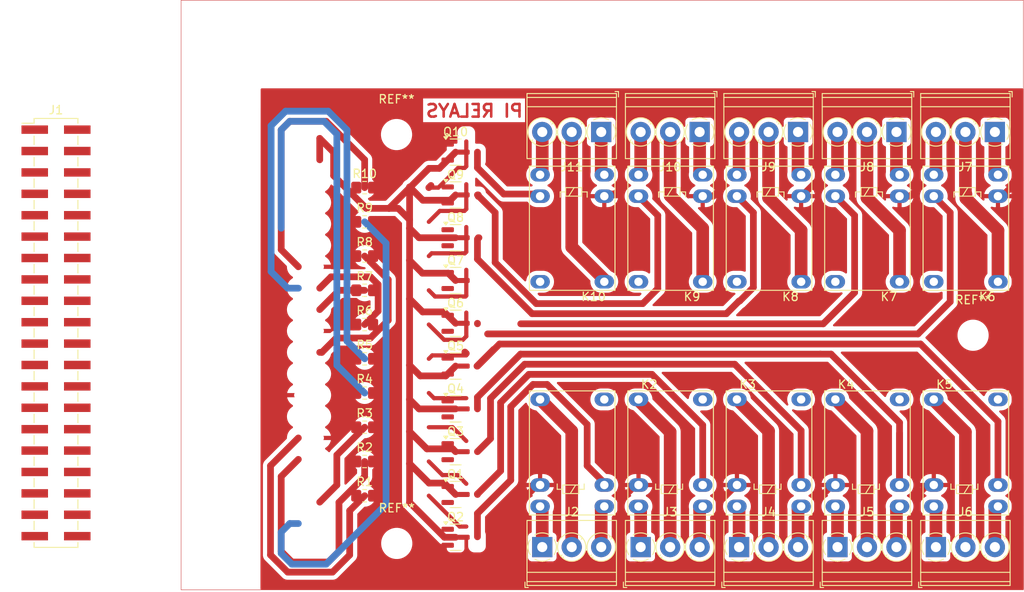
<source format=kicad_pcb>
(kicad_pcb (version 20240108) (generator "pcbnew") (generator_version "8.0")
  (layers (0 "F.Cu" signal) (31 "B.Cu" signal) (34 "B.Paste" user) (35 "F.Paste" user) (36 "B.SilkS" user "B.Silkscreen") (37 "F.SilkS" user "F.Silkscreen") (38 "B.Mask" user) (39 "F.Mask" user) (44 "Edge.Cuts" user))
  (net 0 "")
  (net 3 "/GPIO16")
  (net 4 "+3V3")
  (net 11 "GND")
  (net 12 "+5V")
  (net 23 "Net-(J2-Pin_3)")
  (net 24 "Net-(J2-Pin_1)")
  (net 25 "Net-(J2-Pin_2)")
  (net 26 "Net-(J3-Pin_3)")
  (net 27 "Net-(J3-Pin_1)")
  (net 28 "Net-(J3-Pin_2)")
  (net 29 "Net-(J4-Pin_3)")
  (net 30 "Net-(J4-Pin_1)")
  (net 31 "Net-(J4-Pin_2)")
  (net 32 "Net-(J5-Pin_3)")
  (net 33 "Net-(J5-Pin_2)")
  (net 34 "Net-(J5-Pin_1)")
  (net 35 "Net-(J6-Pin_1)")
  (net 36 "Net-(J6-Pin_2)")
  (net 37 "Net-(J6-Pin_3)")
  (net 38 "Net-(J7-Pin_3)")
  (net 39 "Net-(J7-Pin_1)")
  (net 40 "Net-(J7-Pin_2)")
  (net 41 "Net-(J8-Pin_1)")
  (net 42 "Net-(J8-Pin_2)")
  (net 43 "Net-(J8-Pin_3)")
  (net 44 "Net-(J9-Pin_3)")
  (net 45 "Net-(J9-Pin_1)")
  (net 46 "Net-(J9-Pin_2)")
  (net 47 "Net-(J10-Pin_2)")
  (net 48 "Net-(J10-Pin_3)")
  (net 49 "Net-(J10-Pin_1)")
  (net 50 "Net-(J11-Pin_3)")
  (net 51 "Net-(J11-Pin_1)")
  (net 52 "Net-(J11-Pin_2)")
  (net 53 "Net-(Q2-E)")
  (net 54 "Net-(Q1-E)")
  (net 55 "Net-(Q3-E)")
  (net 56 "Net-(Q4-E)")
  (net 57 "Net-(Q5-E)")
  (net 58 "Net-(Q6-E)")
  (net 59 "Net-(Q7-E)")
  (net 60 "Net-(Q8-E)")
  (net 61 "Net-(Q9-E)")
  (net 62 "Net-(Q10-E)")
  (net 63 "Net-(Q1-B)")
  (net 64 "Net-(Q2-B)")
  (net 65 "Net-(Q3-B)")
  (net 66 "Net-(Q4-B)")
  (net 67 "Net-(Q5-B)")
  (net 68 "Net-(Q6-B)")
  (net 69 "Net-(Q7-B)")
  (net 70 "Net-(Q8-B)")
  (net 71 "Net-(Q9-B)")
  (net 72 "Net-(Q10-B)")
  (net 73 "/Relay Pin 2/K")
  (net 74 "/Relay Pin 6/K")
  (net 75 "/Relay Pin 7/K")
  (net 76 "/Relay Pin 8/K")
  (net 77 "/Relay Pin 1/K")
  (net 78 "/Relay Pin 10/K")
  (net 79 "/Relay Pin 4/K")
  (net 80 "/Relay Pin 5/K")
  (net 81 "/Relay Pin 9/K")
  (footprint "MountingHole:MountingHole_3.2mm_M3" (layer "F.Cu") (at 41.6306 31.3944)
    (property "Reference" "REF**")
    (property "Value" "MountingHole_3.2mm_M3")
  )
  (footprint "TerminalBlock_Phoenix:TerminalBlock_Phoenix_PT-1,5-3-3.5-H_1x03_P3.50mm_Horizontal" (layer "F.Cu") (at 100.98 31.0896 180)
    (property "Reference" "J8")
    (property "Value" "Conn_01x03_Socket")
  )
  (footprint "Resistor_SMD:R_0805_2012Metric_Pad1.20x1.40mm_HandSolder" (layer "F.Cu") (at 37.846 41.7576)
    (property "Reference" "R9")
    (property "Value" "1.8k")
  )
  (footprint "Resistor_SMD:R_0805_2012Metric_Pad1.20x1.40mm_HandSolder" (layer "F.Cu") (at 37.846 58.0136)
    (property "Reference" "R5")
    (property "Value" "1.8k")
  )
  (footprint "TerminalBlock_Phoenix:TerminalBlock_Phoenix_PT-1,5-3-3.5-H_1x03_P3.50mm_Horizontal" (layer "F.Cu") (at 105.664 80.3656)
    (property "Reference" "J6")
    (property "Value" "Conn_01x03_Socket")
  )
  (footprint "TerminalBlock_Phoenix:TerminalBlock_Phoenix_PT-1,5-3-3.5-H_1x03_P3.50mm_Horizontal" (layer "F.Cu") (at 70.612 80.3656)
    (property "Reference" "J3")
    (property "Value" "Conn_01x03_Socket")
  )
  (footprint "Resistor_SMD:R_0805_2012Metric_Pad1.20x1.40mm_HandSolder" (layer "F.Cu") (at 37.846 49.8856)
    (property "Reference" "R7")
    (property "Value" "1.8k")
  )
  (footprint "Relay_THT:Relay_SPDT_HJR-4102" (layer "F.Cu") (at 113.03 48.8696 180)
    (property "Reference" "K6")
    (property "Value" "TIANBO-HJR-4102-L")
  )
  (footprint "MountingHole:MountingHole_3.2mm_M3" (layer "F.Cu") (at 110.075183 55.2196)
    (property "Reference" "REF**")
    (property "Value" "MountingHole_3.2mm_M3")
  )
  (footprint "Resistor_SMD:R_0805_2012Metric_Pad1.20x1.40mm_HandSolder" (layer "F.Cu") (at 37.846 37.6936)
    (property "Reference" "R10")
    (property "Value" "1.8k")
  )
  (footprint "Relay_THT:Relay_SPDT_HJR-4102" (layer "F.Cu") (at 70.358 62.8396)
    (property "Reference" "K2")
    (property "Value" "TIANBO-HJR-4102-L")
  )
  (footprint "Relay_THT:Relay_SPDT_HJR-4102" (layer "F.Cu") (at 82.042 62.8396)
    (property "Reference" "K3")
    (property "Value" "TIANBO-HJR-4102-L")
  )
  (footprint "Connector_PinHeader_2.54mm:PinHeader_2x20_P2.54mm_Vertical_SMD" (layer "F.Cu") (at 1.2042 54.9402)
    (property "Reference" "J1")
    (property "Value" "Raspberry_Pi_2_3")
  )
  (footprint "Relay_THT:Relay_SPDT_HJR-4102" (layer "F.Cu") (at 58.674 62.8396)
    (property "Reference" "K1" (hide yes))
    (property "Value" "TIANBO-HJR-4102-L")
  )
  (footprint "Relay_THT:Relay_SPDT_HJR-4102" (layer "F.Cu") (at 105.41 62.8396)
    (property "Reference" "K5")
    (property "Value" "TIANBO-HJR-4102-L")
  )
  (footprint "MountingHole:MountingHole_3.2mm_M3" (layer "F.Cu") (at 41.656 79.9338)
    (property "Reference" "REF**")
    (property "Value" "MountingHole_3.2mm_M3")
  )
  (footprint "Package_TO_SOT_SMD:SOT-23" (layer "F.Cu") (at 48.641 48.7216)
    (property "Reference" "Q7")
    (property "Value" "BC547")
  )
  (footprint "TerminalBlock_Phoenix:TerminalBlock_Phoenix_PT-1,5-3-3.5-H_1x03_P3.50mm_Horizontal" (layer "F.Cu") (at 58.928 80.3656)
    (property "Reference" "J2")
    (property "Value" "Conn_01x03_Socket")
  )
  (footprint "Resistor_SMD:R_0805_2012Metric_Pad1.20x1.40mm_HandSolder" (layer "F.Cu") (at 37.846 70.2056)
    (property "Reference" "R2")
    (property "Value" "1.8k")
  )
  (footprint "Relay_THT:Relay_SPDT_HJR-4102" (layer "F.Cu") (at 101.346 48.8696 180)
    (property "Reference" "K7")
    (property "Value" "TIANBO-HJR-4102-L" (hide yes))
  )
  (footprint "Package_TO_SOT_SMD:SOT-23" (layer "F.Cu") (at 48.641 38.5616)
    (property "Reference" "Q9")
    (property "Value" "BC547")
  )
  (footprint "TerminalBlock_Phoenix:TerminalBlock_Phoenix_PT-1,5-3-3.5-H_1x03_P3.50mm_Horizontal" (layer "F.Cu") (at 77.612 31.0896 180)
    (property "Reference" "J10")
    (property "Value" "Conn_01x03_Socket")
  )
  (footprint "TerminalBlock_Phoenix:TerminalBlock_Phoenix_PT-1,5-3-3.5-H_1x03_P3.50mm_Horizontal" (layer "F.Cu") (at 112.664 31.0896 180)
    (property "Reference" "J7")
    (property "Value" "Conn_01x03_Socket")
  )
  (footprint "Package_TO_SOT_SMD:SOT-23" (layer "F.Cu") (at 48.641 69.0416)
    (property "Reference" "Q3")
    (property "Value" "BC547")
  )
  (footprint "Package_TO_SOT_SMD:SOT-23" (layer "F.Cu") (at 48.641 79.2016)
    (property "Reference" "Q2")
    (property "Value" "BC547")
  )
  (footprint "Relay_THT:Relay_SPDT_HJR-4102" (layer "F.Cu") (at 89.662 48.8696 180)
    (property "Reference" "K8")
    (property "Value" "TIANBO-HJR-4102-L")
  )
  (footprint "Relay_THT:Relay_SPDT_HJR-4102" (layer "F.Cu") (at 66.294 48.8696 180)
    (property "Reference" "K10")
    (property "Value" "TIANBO-HJR-4102-L")
  )
  (footprint "Package_TO_SOT_SMD:SOT-23" (layer "F.Cu") (at 48.641 53.8016)
    (property "Reference" "Q6")
    (property "Value" "BC547")
  )
  (footprint "Package_TO_SOT_SMD:SOT-23" (layer "F.Cu") (at 48.641 63.9616)
    (property "Reference" "Q4")
    (property "Value" "BC547")
  )
  (footprint "Relay_THT:Relay_SPDT_HJR-4102" (layer "F.Cu") (at 77.978 48.8696 180)
    (property "Reference" "K9")
    (property "Value" "TIANBO-HJR-4102-L")
  )
  (footprint "Package_TO_SOT_SMD:SOT-23" (layer "F.Cu") (at 48.641 58.8816)
    (property "Reference" "Q5")
    (property "Value" "BC547")
  )
  (footprint "Resistor_SMD:R_0805_2012Metric_Pad1.20x1.40mm_HandSolder" (layer "F.Cu") (at 37.846 62.0776)
    (property "Reference" "R4")
    (property "Value" "1.8k")
  )
  (footprint "Resistor_SMD:R_0805_2012Metric_Pad1.20x1.40mm_HandSolder" (layer "F.Cu") (at 37.846 74.2696)
    (property "Reference" "R1")
    (property "Value" "1.8k")
  )
  (footprint "Resistor_SMD:R_0805_2012Metric_Pad1.20x1.40mm_HandSolder" (layer "F.Cu") (at 37.846 53.9496)
    (property "Reference" "R6")
    (property "Value" "1.8k")
  )
  (footprint "TerminalBlock_Phoenix:TerminalBlock_Phoenix_PT-1,5-3-3.5-H_1x03_P3.50mm_Horizontal" (layer "F.Cu") (at 65.928 31.0896 180)
    (property "Reference" "J11")
    (property "Value" "Conn_01x03_Socket")
  )
  (footprint "Package_TO_SOT_SMD:SOT-23" (layer "F.Cu") (at 48.641 74.1216)
    (property "Reference" "Q1")
    (property "Value" "BC547")
  )
  (footprint "Resistor_SMD:R_0805_2012Metric_Pad1.20x1.40mm_HandSolder" (layer "F.Cu") (at 37.846 45.8216)
    (property "Reference" "R8")
    (property "Value" "1.8k")
  )
  (footprint "Relay_THT:Relay_SPDT_HJR-4102" (layer "F.Cu") (at 93.726 62.8396)
    (property "Reference" "K4")
    (property "Value" "TIANBO-HJR-4102-L")
  )
  (footprint "TerminalBlock_Phoenix:TerminalBlock_Phoenix_PT-1,5-3-3.5-H_1x03_P3.50mm_Horizontal" (layer "F.Cu") (at 93.98 80.3656)
    (property "Reference" "J5")
    (property "Value" "Conn_01x03_Socket")
  )
  (footprint "TerminalBlock_Phoenix:TerminalBlock_Phoenix_PT-1,5-3-3.5-H_1x03_P3.50mm_Horizontal" (layer "F.Cu") (at 89.296 31.0896 180)
    (property "Reference" "J9")
    (property "Value" "Conn_01x03_Socket")
  )
  (footprint "Resistor_SMD:R_0805_2012Metric_Pad1.20x1.40mm_HandSolder" (layer "F.Cu") (at 37.846 66.1416)
    (property "Reference" "R3")
    (property "Value" "1.8k")
  )
  (footprint "TerminalBlock_Phoenix:TerminalBlock_Phoenix_PT-1,5-3-3.5-H_1x03_P3.50mm_Horizontal" (layer "F.Cu") (at 82.296 80.3656)
    (property "Reference" "J4")
    (property "Value" "Conn_01x03_Socket")
  )
  (footprint "Package_TO_SOT_SMD:SOT-23" (layer "F.Cu") (at 48.641 33.4816)
    (property "Reference" "Q10")
    (property "Value" "BC547")
  )
  (footprint "Package_TO_SOT_SMD:SOT-23" (layer "F.Cu") (at 48.641 43.6416)
    (property "Reference" "Q8")
    (property "Value" "BC547")
  )
  (gr_rect (start 16.0526 15.4456) (end 116.0526 85.4456) (stroke (width 0.05)) (fill none) (layer "F.Cu") (net 11))
  (gr_text "PI RELAYS" (at 44.958 29.464 0) (layer "F.Cu") (effects (font (size 1.5 1.5) (thickness 0.3) (bold yes)) (justify right bottom mirror)))
  (segment (start 37.846 66.1416) (end 34.544 69.4436) (width 0.8) (layer "F.Cu") (net 3))
  (segment (start 34.544 69.4436) (end 34.544 72.9996) (width 0.8) (layer "F.Cu") (net 3))
  (segment (start 34.544 72.9996) (end 32.512 75.0316) (width 0.8) (layer "F.Cu") (net 3))
  (segment (start 80.092 29.7376) (end 81.788 28.0416) (width 0.8) (layer "F.Cu") (net 11))
  (segment (start 68.244 74.7636) (end 68.244 81.7176) (width 0.8) (layer "F.Cu") (net 11))
  (segment (start 91.612 81.7176) (end 89.916 83.4136) (width 0.8) (layer "F.Cu") (net 11))
  (segment (start 70.358 72.9996) (end 70.008 72.9996) (width 0.8) (layer "F.Cu") (net 11))
  (segment (start 79.928 75.040858) (end 79.928 81.7176) (width 0.8) (layer "F.Cu") (net 11))
  (segment (start 58.166 83.4136) (end 66.548 83.4136) (width 0.8) (layer "F.Cu") (net 11))
  (segment (start 101.346 83.4136) (end 103.46 81.2996) (width 0.8) (layer "F.Cu") (net 11))
  (segment (start 68.244 81.7176) (end 66.548 83.4136) (width 0.8) (layer "F.Cu") (net 11))
  (segment (start 81.788 28.0416) (end 93.472 28.0416) (width 0.8) (layer "F.Cu") (net 11))
  (segment (start 93.726 72.9996) (end 93.376 72.9996) (width 0.8) (layer "F.Cu") (net 11))
  (segment (start 115.062 29.4876) (end 115.062 37.1856) (width 0.8) (layer "F.Cu") (net 11))
  (segment (start 93.376 72.9996) (end 91.612 74.7636) (width 0.8) (layer "F.Cu") (net 11))
  (segment (start 115.062 37.1856) (end 115.062 80.796028) (width 0.8) (layer "F.Cu") (net 11))
  (segment (start 82.042 72.9996) (end 81.969258 72.9996) (width 0.8) (layer "F.Cu") (net 11))
  (segment (start 91.694 29.8196) (end 93.472 28.0416) (width 0.8) (layer "F.Cu") (net 11))
  (segment (start 58.674 72.9996) (end 58.324 72.9996) (width 0.8) (layer "F.Cu") (net 11))
  (segment (start 66.294 38.4556) (end 67.544 38.4556) (width 0.8) (layer "F.Cu") (net 11))
  (segment (start 103.46 37.8456) (end 103.46 29.7376) (width 0.8) (layer "F.Cu") (net 11))
  (segment (start 101.346 38.7096) (end 102.596 38.7096) (width 0.8) (layer "F.Cu") (net 11))
  (segment (start 103.46 81.2996) (end 103.46 74.1876) (width 0.8) (layer "F.Cu") (net 11))
  (segment (start 79.228 38.7096) (end 80.092 37.8456) (width 0.8) (layer "F.Cu") (net 11))
  (segment (start 91.612 74.7636) (end 91.612 81.7176) (width 0.8) (layer "F.Cu") (net 11))
  (segment (start 103.46 74.1876) (end 104.648 72.9996) (width 0.8) (layer "F.Cu") (net 11))
  (segment (start 89.916 83.4136) (end 101.346 83.4136) (width 0.8) (layer "F.Cu") (net 11))
  (segment (start 115.062 80.796028) (end 112.444428 83.4136) (width 0.8) (layer "F.Cu") (net 11))
  (segment (start 78.232 83.4136) (end 89.916 83.4136) (width 0.8) (layer "F.Cu") (net 11))
  (segment (start 58.324 72.9996) (end 56.388 74.9356) (width 0.8) (layer "F.Cu") (net 11))
  (segment (start 112.444428 83.4136) (end 101.346 83.4136) (width 0.8) (layer "F.Cu") (net 11))
  (segment (start 80.092 37.8456) (end 80.092 29.7376) (width 0.8) (layer "F.Cu") (net 11))
  (segment (start 102.596 38.7096) (end 103.46 37.8456) (width 0.8) (layer "F.Cu") (net 11))
  (segment (start 89.662 38.7096) (end 89.734742 38.7096) (width 0.8) (layer "F.Cu") (net 11))
  (segment (start 70.008 72.9996) (end 68.244 74.7636) (width 0.8) (layer "F.Cu") (net 11))
  (segment (start 56.388 74.9356) (end 56.388 81.6356) (width 0.8) (layer "F.Cu") (net 11))
  (segment (start 56.388 81.6356) (end 58.166 83.4136) (width 0.8) (layer "F.Cu") (net 11))
  (segment (start 103.46 29.7376) (end 105.156 28.0416) (width 0.8) (layer "F.Cu") (net 11))
  (segment (start 115.062 37.1856) (end 113.538 38.7096) (width 0.8) (layer "F.Cu") (net 11))
  (segment (start 70.831572 28.0416) (end 81.788 28.0416) (width 0.8) (layer "F.Cu") (net 11))
  (segment (start 79.928 81.7176) (end 78.232 83.4136) (width 0.8) (layer "F.Cu") (net 11))
  (segment (start 68.326 37.6736) (end 68.326 30.547172) (width 0.8) (layer "F.Cu") (net 11))
  (segment (start 113.538 38.7096) (end 113.03 38.7096) (width 0.8) (layer "F.Cu") (net 11))
  (segment (start 81.969258 72.9996) (end 79.928 75.040858) (width 0.8) (layer "F.Cu") (net 11))
  (segment (start 104.648 72.9996) (end 105.41 72.9996) (width 0.8) (layer "F.Cu") (net 11))
  (segment (start 113.616 28.0416) (end 115.062 29.4876) (width 0.8) (layer "F.Cu") (net 11))
  (segment (start 68.326 30.547172) (end 70.831572 28.0416) (width 0.8) (layer "F.Cu") (net 11))
  (segment (start 89.734742 38.7096) (end 91.694 36.750342) (width 0.8) (layer "F.Cu") (net 11))
  (segment (start 67.544 38.4556) (end 68.326 37.6736) (width 0.8) (layer "F.Cu") (net 11))
  (segment (start 77.978 38.7096) (end 79.228 38.7096) (width 0.8) (layer "F.Cu") (net 11))
  (segment (start 105.156 28.0416) (end 113.616 28.0416) (width 0.8) (layer "F.Cu") (net 11))
  (segment (start 93.472 28.0416) (end 105.156 28.0416) (width 0.8) (layer "F.Cu") (net 11))
  (segment (start 66.548 83.4136) (end 78.232 83.4136) (width 0.8) (layer "F.Cu") (net 11))
  (segment (start 91.694 36.750342) (end 91.694 29.8196) (width 0.8) (layer "F.Cu") (net 11))
  (segment (start 34.162 36.272342) (end 34.162 33.5016) (width 0.8) (layer "F.Cu") (net 12))
  (segment (start 40.739258 40.1576) (end 45.489258 35.4076) (width 0.8) (layer "F.Cu") (net 12))
  (segment (start 44.302 63.9616) (end 43.18 62.8396) (width 0.8) (layer "F.Cu") (net 12))
  (segment (start 47.316 79.2016) (end 48.641 79.2016) (width 0.8) (layer "F.Cu") (net 12))
  (segment (start 45.868 57.6116) (end 45.466 58.0136) (width 0.5) (layer "F.Cu") (net 12))
  (segment (start 40.739258 40.1576) (end 38.047258 40.1576) (width 0.8) (layer "F.Cu") (net 12))
  (segment (start 34.162 33.5016) (end 32.512 31.8516) (width 0.8) (layer "F.Cu") (net 12))
  (segment (start 44.704 47.8536) (end 43.18 46.3296) (width 0.8) (layer "F.Cu") (net 12))
  (segment (start 47.289 52.4496) (end 44.728 52.4496) (width 0.8) (layer "F.Cu") (net 12))
  (segment (start 49.911 62.6916) (end 46.08 62.6916) (width 0.5) (layer "F.Cu") (net 12))
  (segment (start 45.236 68.7056) (end 43.18 66.6496) (width 0.8) (layer "F.Cu") (net 12))
  (segment (start 43.18 75.0656) (end 47.316 79.2016) (width 0.8) (layer "F.Cu") (net 12))
  (segment (start 44.45 60.0456) (end 43.18 58.7756) (width 0.8) (layer "F.Cu") (net 12))
  (segment (start 48.641 48.7216) (end 47.773 47.8536) (width 0.8) (layer "F.Cu") (net 12))
  (segment (start 43.18 37.6176) (end 43.18 41.5036) (width 0.8) (layer "F.Cu") (net 12))
  (segment (start 44.728 52.4496) (end 43.18 50.9016) (width 0.8) (layer "F.Cu") (net 12))
  (segment (start 48.641 33.4816) (end 46.715 35.4076) (width 0.8) (layer "F.Cu") (net 12))
  (segment (start 47.289 72.7696) (end 45.49 72.7696) (width 0.8) (layer "F.Cu") (net 12))
  (segment (start 48.641 69.0416) (end 48.305 68.7056) (width 0.8) (layer "F.Cu") (net 12))
  (segment (start 48.641 74.1216) (end 47.289 72.7696) (width 0.8) (layer "F.Cu") (net 12))
  (segment (start 43.18 66.6496) (end 43.18 70.4596) (width 0.8) (layer "F.Cu") (net 12))
  (segment (start 43.18 41.5036) (end 43.18 42.5196) (width 0.8) (layer "F.Cu") (net 12))
  (segment (start 38.047258 40.1576) (end 34.162 36.272342) (width 0.8) (layer "F.Cu") (net 12))
  (segment (start 47.773 47.8536) (end 44.704 47.8536) (width 0.8) (layer "F.Cu") (net 12))
  (segment (start 40.739258 40.1576) (end 41.834 40.1576) (width 0.8) (layer "F.Cu") (net 12))
  (segment (start 48.641 58.8816) (end 47.477 60.0456) (width 0.8) (layer "F.Cu") (net 12))
  (segment (start 49.746001 57.213601) (end 49.911 57.3786) (width 0.8) (layer "F.Cu") (net 12))
  (segment (start 43.18 46.3296) (end 43.18 50.9016) (width 0.8) (layer "F.Cu") (net 12))
  (segment (start 49.911 57.6116) (end 45.868 57.6116) (width 0.5) (layer "F.Cu") (net 12))
  (segment (start 32.512 34.3916) (end 32.512 31.8516) (width 0.8) (layer "F.Cu") (net 12))
  (segment (start 46.08 62.6916) (end 45.466 62.0776) (width 0.5) (layer "F.Cu") (net 12))
  (segment (start 47.477 60.0456) (end 44.45 60.0456) (width 0.8) (layer "F.Cu") (net 12))
  (segment (start 43.18 70.4596) (end 43.18 75.0656) (width 0.8) (layer "F.Cu") (net 12))
  (segment (start 43.18 58.7756) (end 43.18 62.8396) (width 0.8) (layer "F.Cu") (net 12))
  (segment (start 48.641 53.8016) (end 47.289 52.4496) (width 0.8) (layer "F.Cu") (net 12))
  (segment (start 43.18 62.8396) (end 43.18 66.6496) (width 0.8) (layer "F.Cu") (net 12))
  (segment (start 44.756 39.1936) (end 43.18 37.6176) (width 0.8) (layer "F.Cu") (net 12))
  (segment (start 44.302 43.6416) (end 43.18 42.5196) (width 0.8) (layer "F.Cu") (net 12))
  (segment (start 48.641 63.9616) (end 44.302 63.9616) (width 0.8) (layer "F.Cu") (net 12))
  (segment (start 48.009 39.1936) (end 44.756 39.1936) (width 0.8) (layer "F.Cu") (net 12))
  (segment (start 48.305 68.7056) (end 45.236 68.7056) (width 0.8) (layer "F.Cu") (net 12))
  (segment (start 43.18 50.9016) (end 43.18 58.7756) (width 0.8) (layer "F.Cu") (net 12))
  (segment (start 48.641 43.6416) (end 44.302 43.6416) (width 0.8) (layer "F.Cu") (net 12))
  (segment (start 48.641 38.5616) (end 48.009 39.1936) (width 0.8) (layer "F.Cu") (net 12))
  (segment (start 45.489258 35.4076) (end 46.715 35.4076) (width 0.8) (layer "F.Cu") (net 12))
  (segment (start 41.834 40.1576) (end 43.18 41.5036) (width 0.8) (layer "F.Cu") (net 12))
  (segment (start 43.18 42.5196) (end 43.18 46.3296) (width 0.8) (layer "F.Cu") (net 12))
  (segment (start 45.49 72.7696) (end 43.18 70.4596) (width 0.8) (layer "F.Cu") (net 12))
  (segment (start 65.928 75.9056) (end 66.294 75.5396) (width 1.5) (layer "F.Cu") (net 23))
  (segment (start 65.928 80.3656) (end 65.928 75.9056) (width 1.5) (layer "F.Cu") (net 23))
  (segment (start 58.928 80.3656) (end 58.928 75.7936) (width 1.5) (layer "F.Cu") (net 24))
  (segment (start 58.928 75.7936) (end 58.674 75.5396) (width 1.5) (layer "F.Cu") (net 24))
  (segment (start 62.428 66.5936) (end 62.428 80.3656) (width 1.5) (layer "F.Cu") (net 25))
  (segment (start 58.674 62.8396) (end 62.428 66.5936) (width 1.5) (layer "F.Cu") (net 25))
  (segment (start 77.612 75.9056) (end 77.978 75.5396) (width 1.5) (layer "F.Cu") (net 26))
  (segment (start 77.612 80.3656) (end 77.612 75.9056) (width 1.5) (layer "F.Cu") (net 26))
  (segment (start 70.612 75.7936) (end 70.358 75.5396) (width 1.5) (layer "F.Cu") (net 27))
  (segment (start 70.612 80.3656) (end 70.612 75.7936) (width 1.5) (layer "F.Cu") (net 27))
  (segment (start 74.112 80.3656) (end 74.112 66.7056) (width 1.5) (layer "F.Cu") (net 28))
  (segment (start 70.358 62.9516) (end 74.112 66.7056) (width 1.5) (layer "F.Cu") (net 28))
  (segment (start 70.358 62.8396) (end 70.358 62.9516) (width 1.5) (layer "F.Cu") (net 28))
  (segment (start 89.296 80.3656) (end 89.296 75.9056) (width 1.5) (layer "F.Cu") (net 29))
  (segment (start 89.296 75.9056) (end 89.662 75.5396) (width 1.5) (layer "F.Cu") (net 29))
  (segment (start 82.296 80.3656) (end 82.296 75.7936) (width 1.5) (layer "F.Cu") (net 30))
  (segment (start 82.296 75.7936) (end 82.042 75.5396) (width 1.5) (layer "F.Cu") (net 30))
  (segment (start 85.796 66.5936) (end 85.796 80.3656) (width 1.5) (layer "F.Cu") (net 31))
  (segment (start 82.042 62.8396) (end 85.796 66.5936) (width 1.5) (layer "F.Cu") (net 31))
  (segment (start 100.98 80.3656) (end 100.98 75.9056) (width 1.5) (layer "F.Cu") (net 32))
  (segment (start 100.98 75.9056) (end 101.346 75.5396) (width 1.5) (layer "F.Cu") (net 32))
  (segment (start 97.48 66.5936) (end 97.48 80.3656) (width 1.5) (layer "F.Cu") (net 33))
  (segment (start 93.726 62.8396) (end 97.48 66.5936) (width 1.5) (layer "F.Cu") (net 33))
  (segment (start 93.98 80.3656) (end 93.98 75.7936) (width 1.5) (layer "F.Cu") (net 34))
  (segment (start 93.98 75.7936) (end 93.726 75.5396) (width 1.5) (layer "F.Cu") (net 34))
  (segment (start 105.664 75.7936) (end 105.41 75.5396) (width 1.5) (layer "F.Cu") (net 35))
  (segment (start 105.664 80.3656) (end 105.664 75.7936) (width 1.5) (layer "F.Cu") (net 35))
  (segment (start 109.164 80.3656) (end 109.164 66.7056) (width 1.5) (layer "F.Cu") (net 36))
  (segment (start 105.41 62.9516) (end 109.164 66.7056) (width 1.5) (layer "F.Cu") (net 36))
  (segment (start 105.41 62.8396) (end 105.41 62.9516) (width 1.5) (layer "F.Cu") (net 36))
  (segment (start 112.664 80.3656) (end 112.664 75.9056) (width 1.5) (layer "F.Cu") (net 37))
  (segment (start 112.664 75.9056) (end 113.03 75.5396) (width 1.5) (layer "F.Cu") (net 37))
  (segment (start 105.664 35.9156) (end 105.41 36.1696) (width 1.5) (layer "F.Cu") (net 38))
  (segment (start 105.664 31.0896) (end 105.664 35.9156) (width 1.5) (layer "F.Cu") (net 38))
  (segment (start 112.664 35.8036) (end 113.03 36.1696) (width 1.5) (layer "F.Cu") (net 39))
  (segment (start 112.664 31.0896) (end 112.664 35.8036) (width 1.5) (layer "F.Cu") (net 39))
  (segment (start 109.164 38.3996) (end 109.22 38.4556) (width 1.5) (layer "F.Cu") (net 40))
  (segment (start 109.164 31.0896) (end 109.164 38.3996) (width 1.5) (layer "F.Cu") (net 40))
  (segment (start 113.03 42.7736) (end 113.03 48.8696) (width 1.5) (layer "F.Cu") (net 40))
  (segment (start 109.22 38.9636) (end 113.03 42.7736) (width 1.5) (layer "F.Cu") (net 40))
  (segment (start 109.22 38.4556) (end 109.22 38.9636) (width 1.5) (layer "F.Cu") (net 40))
  (segment (start 100.98 31.0896) (end 100.98 35.8036) (width 1.5) (layer "F.Cu") (net 41))
  (segment (start 100.98 35.8036) (end 101.346 36.1696) (width 1.5) (layer "F.Cu") (net 41))
  (segment (start 97.48 38.9076) (end 101.346 42.7736) (width 1.5) (layer "F.Cu") (net 42))
  (segment (start 97.48 31.0896) (end 97.48 38.9076) (width 1.5) (layer "F.Cu") (net 42))
  (segment (start 101.346 42.7736) (end 101.346 48.8696) (width 1.5) (layer "F.Cu") (net 42))
  (segment (start 93.98 31.0896) (end 93.98 35.9156) (width 1.5) (layer "F.Cu") (net 43))
  (segment (start 93.98 35.9156) (end 93.726 36.1696) (width 1.5) (layer "F.Cu") (net 43))
  (segment (start 82.296 31.0896) (end 82.296 35.9156) (width 1.5) (layer "F.Cu") (net 44))
  (segment (start 82.296 35.9156) (end 82.042 36.1696) (width 1.5) (layer "F.Cu") (net 44))
  (segment (start 89.296 35.8036) (end 89.662 36.1696) (width 1.5) (layer "F.Cu") (net 45))
  (segment (start 89.296 31.0896) (end 89.296 35.8036) (width 1.5) (layer "F.Cu") (net 45))
  (segment (start 85.796 38.9076) (end 89.662 42.7736) (width 1.5) (layer "F.Cu") (net 46))
  (segment (start 89.662 42.7736) (end 89.662 48.8696) (width 1.5) (layer "F.Cu") (net 46))
  (segment (start 85.796 31.0896) (end 85.796 38.9076) (width 1.5) (layer "F.Cu") (net 46))
  (segment (start 77.978 42.5196) (end 77.978 48.8696) (width 1.5) (layer "F.Cu") (net 47))
  (segment (start 74.112 31.0896) (end 74.112 38.6536) (width 1.5) (layer "F.Cu") (net 47))
  (segment (start 74.112 38.6536) (end 77.978 42.5196) (width 1.5) (layer "F.Cu") (net 47))
  (segment (start 70.612 35.9156) (end 70.358 36.1696) (width 1.5) (layer "F.Cu") (net 48))
  (segment (start 70.612 31.0896) (end 70.612 35.9156) (width 1.5) (layer "F.Cu") (net 48))
  (segment (start 77.612 35.8036) (end 77.978 36.1696) (width 1.5) (layer "F.Cu") (net 49))
  (segment (start 77.612 31.0896) (end 77.612 35.8036) (width 1.5) (layer "F.Cu") (net 49))
  (segment (start 58.674 36.1696) (end 58.928 35.9156) (width 1.5) (layer "F.Cu") (net 50))
  (segment (start 58.928 35.9156) (end 58.928 31.0896) (width 1.5) (layer "F.Cu") (net 50))
  (segment (start 65.928 35.8036) (end 65.928 31.0896) (width 1.5) (layer "F.Cu") (net 51))
  (segment (start 66.294 36.1696) (end 65.928 35.8036) (width 1.5) (layer "F.Cu") (net 51))
  (segment (start 62.428 31.0896) (end 62.428 44.7496) (width 1.5) (layer "F.Cu") (net 52))
  (segment (start 62.428 44.7496) (end 66.294 48.6156) (width 1.5) (layer "F.Cu") (net 52))
  (segment (start 55.188 72.4216) (end 55.188 63.712858) (width 0.8) (layer "F.Cu") (net 53))
  (segment (start 51.236 79.1466) (end 51.236 76.3736) (width 0.8) (layer "F.Cu") (net 53))
  (segment (start 66.294 72.7456) (end 66.294 72.9996) (width 0.8) (layer "F.Cu") (net 53))
  (segment (start 59.508742 61.0616) (end 64.262 65.814858) (width 0.8) (layer "F.Cu") (net 53))
  (segment (start 51.236 76.3736) (end 55.188 72.4216) (width 0.8) (layer "F.Cu") (net 53))
  (segment (start 64.262 70.7136) (end 66.294 72.7456) (width 0.8) (layer "F.Cu") (net 53))
  (segment (start 57.839258 61.0616) (end 59.508742 61.0616) (width 0.8) (layer "F.Cu") (net 53))
  (segment (start 55.188 63.712858) (end 57.839258 61.0616) (width 0.8) (layer "F.Cu") (net 53))
  (segment (start 64.262 65.814858) (end 64.262 70.7136) (width 0.8) (layer "F.Cu") (net 53))
  (segment (start 53.988 63.215802) (end 53.988 71.3146) (width 0.8) (layer "F.Cu") (net 54))
  (segment (start 71.952 59.8616) (end 57.342202 59.8616) (width 0.8) (layer "F.Cu") (net 54))
  (segment (start 77.978 65.8876) (end 71.952 59.8616) (width 0.8) (layer "F.Cu") (net 54))
  (segment (start 57.342202 59.8616) (end 53.988 63.215802) (width 0.8) (layer "F.Cu") (net 54))
  (segment (start 51.236 74.0666) (end 51.236 74.1216) (width 0.8) (layer "F.Cu") (net 54))
  (segment (start 53.988 71.3146) (end 51.236 74.0666) (width 0.8) (layer "F.Cu") (net 54))
  (segment (start 77.978 72.9996) (end 77.978 65.8876) (width 0.8) (layer "F.Cu") (net 54))
  (segment (start 52.788 67.4896) (end 51.236 69.0416) (width 0.8) (layer "F.Cu") (net 55))
  (segment (start 56.845146 58.6616) (end 52.788 62.718746) (width 0.8) (layer "F.Cu") (net 55))
  (segment (start 89.662 66.5356) (end 81.788 58.6616) (width 0.8) (layer "F.Cu") (net 55))
  (segment (start 52.788 62.718746) (end 52.788 67.4896) (width 0.8) (layer "F.Cu") (net 55))
  (segment (start 89.662 72.9996) (end 89.662 66.5356) (width 0.8) (layer "F.Cu") (net 55))
  (segment (start 81.788 58.6616) (end 56.845146 58.6616) (width 0.8) (layer "F.Cu") (net 55))
  (segment (start 101.346 65.5896) (end 93.218 57.4616) (width 0.8) (layer "F.Cu") (net 56))
  (segment (start 101.346 72.9996) (end 101.346 66.8596) (width 0.8) (layer "F.Cu") (net 56))
  (segment (start 93.218 57.4616) (end 91.948 57.4616) (width 0.8) (layer "F.Cu") (net 56))
  (segment (start 56.34809 57.4616) (end 51.236 62.57369) (width 0.8) (layer "F.Cu") (net 56))
  (segment (start 101.346 72.9996) (end 101.346 65.5896) (width 0.8) (layer "F.Cu") (net 56))
  (segment (start 91.948 57.4616) (end 56.34809 57.4616) (width 0.8) (layer "F.Cu") (net 56))
  (segment (start 51.236 62.57369) (end 51.236 63.9616) (width 0.8) (layer "F.Cu") (net 56))
  (segment (start 51.236 58.8816) (end 53.856 56.2616) (width 0.8) (layer "F.Cu") (net 57))
  (segment (start 53.1712 56.8914) (end 51.181 58.8816) (width 0.8) (layer "F.Cu") (net 57))
  (segment (start 113.03 65.452342) (end 113.03 72.9996) (width 0.8) (layer "F.Cu") (net 57))
  (segment (start 53.856 56.2616) (end 103.839258 56.2616) (width 0.8) (layer "F.Cu") (net 57))
  (segment (start 103.839258 56.2616) (end 113.03 65.452342) (width 0.8) (layer "F.Cu") (net 57))
  (segment (start 51.236 53.8566) (end 51.236 53.8016) (width 0.8) (layer "F.Cu") (net 58))
  (segment (start 105.41 38.7096) (end 107.36 40.6596) (width 0.8) (layer "F.Cu") (net 58))
  (segment (start 107.36 40.6596) (end 107.36 51.2376) (width 0.8) (layer "F.Cu") (net 58))
  (segment (start 103.536 55.0616) (end 52.441 55.0616) (width 0.8) (layer "F.Cu") (net 58))
  (segment (start 107.36 51.2376) (end 103.536 55.0616) (width 0.8) (layer "F.Cu") (net 58))
  (segment (start 96.012 40.9956) (end 96.012 50.1396) (width 0.8) (layer "F.Cu") (net 59))
  (segment (start 93.726 38.7096) (end 96.012 40.9956) (width 0.8) (layer "F.Cu") (net 59))
  (segment (start 92.29 53.8616) (end 56.376 53.8616) (width 0.8) (layer "F.Cu") (net 59))
  (segment (start 96.012 50.1396) (end 92.29 53.8616) (width 0.8) (layer "F.Cu") (net 59))
  (segment (start 83.992 40.6596) (end 82.042 38.7096) (width 0.8) (layer "F.Cu") (net 60))
  (segment (start 80.79 52.6616) (end 82.296 51.1556) (width 0.8) (layer "F.Cu") (net 60))
  (segment (start 57.720944 52.6616) (end 80.79 52.6616) (width 0.8) (layer "F.Cu") (net 60))
  (segment (start 51.236 43.790342) (end 51.236 46.176656) (width 0.8) (layer "F.Cu") (net 60))
  (segment (start 51.414 43.6416) (end 51.336 43.6416) (width 0.8) (layer "F.Cu") (net 60))
  (segment (start 51.236 46.176656) (end 57.720944 52.6616) (width 0.8) (layer "F.Cu") (net 60))
  (segment (start 82.296 51.1556) (end 82.368742 51.1556) (width 0.8) (layer "F.Cu") (net 60))
  (segment (start 82.368742 51.1556) (end 83.992 49.532342) (width 0.8) (layer "F.Cu") (net 60))
  (segment (start 83.992 49.532342) (end 83.992 40.6596) (width 0.8) (layer "F.Cu") (net 60))
  (segment (start 70.866 51.4616) (end 58.218 51.4616) (width 0.8) (layer "F.Cu") (net 61))
  (segment (start 72.644 49.6836) (end 70.866 51.4616) (width 0.8) (layer "F.Cu") (net 61))
  (segment (start 51.336 38.7376) (end 51.336 38.5616) (width 0.8) (layer "F.Cu") (net 61))
  (segment (start 72.644 40.9956) (end 72.644 49.6836) (width 0.8) (layer "F.Cu") (net 61))
  (segment (start 53.34 46.5836) (end 53.34 40.6656) (width 0.8) (layer "F.Cu") (net 61))
  (segment (start 58.218 51.4616) (end 53.34 46.5836) (width 0.8) (layer "F.Cu") (net 61))
  (segment (start 53.34 40.6656) (end 51.236 38.5616) (width 0.8) (layer "F.Cu") (net 61))
  (segment (start 70.358 38.7096) (end 72.644 40.9956) (width 0.8) (layer "F.Cu") (net 61))
  (segment (start 54.356 38.4556) (end 51.236 35.3356) (width 0.8) (layer "F.Cu") (net 62))
  (segment (start 51.236 35.3356) (end 51.236 33.4816) (width 0.8) (layer "F.Cu") (net 62))
  (segment (start 58.674 38.4556) (end 54.356 38.4556) (width 0.8) (layer "F.Cu") (net 62))
  (segment (start 48.879 71.8196) (end 47.08 71.8196) (width 0.5) (layer "F.Cu") (net 63))
  (segment (start 47.08 71.8196) (end 45.466 70.2056) (width 0.5) (layer "F.Cu") (net 63))
  (segment (start 49.911 72.8516) (end 48.879 71.8196) (width 0.5) (layer "F.Cu") (net 63))
  (segment (start 49.911 77.9316) (end 49.128 77.9316) (width 0.5) (layer "F.Cu") (net 64))
  (segment (start 49.128 77.9316) (end 45.466 74.2696) (width 0.5) (layer "F.Cu") (net 64))
  (segment (start 49.911 67.7716) (end 48.281 66.1416) (width 0.5) (layer "F.Cu") (net 65))
  (segment (start 48.281 66.1416) (end 45.466 66.1416) (width 0.5) (layer "F.Cu") (net 65))
  (segment (start 49.911 55.3466) (end 49.911 52.5316) (width 0.5) (layer "F.Cu") (net 68))
  (segment (start 49.496 55.7616) (end 49.911 55.3466) (width 0.5) (layer "F.Cu") (net 68))
  (segment (start 47.278 55.7616) (end 49.496 55.7616) (width 0.5) (layer "F.Cu") (net 68))
  (segment (start 45.466 53.9496) (end 47.278 55.7616) (width 0.5) (layer "F.Cu") (net 68))
  (segment (start 49.8094 50.6222) (end 46.2026 50.6222) (width 0.5) (layer "F.Cu") (net 69))
  (segment (start 49.911 50.5206) (end 49.8094 50.6222) (width 0.5) (layer "F.Cu") (net 69))
  (segment (start 46.2026 50.6222) (end 45.466 49.8856) (width 0.5) (layer "F.Cu") (net 69))
  (segment (start 49.911 47.4516) (end 49.911 50.5206) (width 0.5) (layer "F.Cu") (net 69))
  (segment (start 45.796 45.4916) (end 45.466 45.8216) (width 0.5) (layer "F.Cu") (net 70))
  (segment (start 49.741 45.4916) (end 45.796 45.4916) (width 0.5) (layer "F.Cu") (net 70))
  (segment (start 49.911 45.3216) (end 49.741 45.4916) (width 0.5) (layer "F.Cu") (net 70))
  (segment (start 49.911 42.3716) (end 49.911 45.3216) (width 0.5) (layer "F.Cu") (net 70))
  (segment (start 49.6904 40.4622) (end 46.7614 40.4622) (width 0.5) (layer "F.Cu") (net 71))
  (segment (start 46.7614 40.4622) (end 45.466 41.7576) (width 0.5) (layer "F.Cu") (net 71))
  (segment (start 49.911 37.2916) (end 49.911 40.2416) (width 0.5) (layer "F.Cu") (net 71))
  (segment (start 49.911 40.2416) (end 49.6904 40.4622) (width 0.5) (layer "F.Cu") (net 71))
  (segment (start 48.93417 35.3568) (end 46.59737 37.6936) (width 0.5) (layer "F.Cu") (net 72))
  (segment (start 46.59737 37.6936) (end 45.466 37.6936) (width 0.5) (layer "F.Cu") (net 72))
  (segment (start 49.911 32.2116) (end 49.911 35.1616) (width 0.5) (layer "F.Cu") (net 72))
  (segment (start 49.911 35.1616) (end 49.7158 35.3568) (width 0.5) (layer "F.Cu") (net 72))
  (segment (start 49.7158 35.3568) (end 48.93417 35.3568) (width 0.5) (layer "F.Cu") (net 72))
  (segment (start 45.466 37.6936) (end 45.72 37.4396) (width 0.8) (layer "F.Cu") (net 72))
  (segment (start 39.446 52.3496) (end 37.846 53.9496) (width 0.8) (layer "F.Cu") (net 74))
  (segment (start 38.532 48.2856) (end 39.446 49.1996) (width 0.8) (layer "F.Cu") (net 74))
  (segment (start 38.532 48.2856) (end 33.858 48.2856) (width 0.8) (layer "F.Cu") (net 74))
  (segment (start 33.858 48.2856) (end 32.512 49.6316) (width 0.8) (layer "F.Cu") (net 74))
  (segment (start 39.446 49.1996) (end 39.446 52.3496) (width 0.8) (layer "F.Cu") (net 74))
  (segment (start 34.798 49.8856) (end 32.512 52.1716) (width 0.8) (layer "F.Cu") (net 75))
  (segment (start 37.846 49.8856) (end 34.798 49.8856) (width 0.8) (layer "F.Cu") (net 75))
  (segment (start 38.532 55.5496) (end 40.646 53.4356) (width 0.8) (layer "F.Cu") (net 76))
  (segment (start 32.766 57.2516) (end 34.468 55.5496) (width 0.8) (layer "F.Cu") (net 76))
  (segment (start 34.468 55.5496) (end 38.532 55.5496) (width 0.8) (layer "F.Cu") (net 76))
  (segment (start 37.846 45.8216) (end 40.646 48.6216) (width 0.8) (layer "F.Cu") (net 76))
  (segment (start 32.512 57.2516) (end 32.766 57.2516) (width 0.8) (layer "F.Cu") (net 76))
  (segment (start 40.646 48.6216) (end 40.646 53.4356) (width 0.8) (layer "F.Cu") (net 76))
  (segment (start 26.67 81.300656) (end 26.67 70.7136) (width 0.8) (layer "F.Cu") (net 77))
  (segment (start 26.67 70.7136) (end 29.972 67.4116) (width 0.8) (layer "F.Cu") (net 77))
  (segment (start 27.94 71.9836) (end 29.972 69.9516) (width 0.8) (layer "F.Cu") (net 77))
  (segment (start 36.068 76.0476) (end 36.068 81.300656) (width 0.8) (layer "F.Cu") (net 77))
  (segment (start 36.068 81.300656) (end 34.025056 83.3436) (width 0.8) (layer "F.Cu") (net 77))
  (segment (start 28.712944 83.3436) (end 26.67 81.300656) (width 0.8) (layer "F.Cu") (net 77))
  (segment (start 33.528 82.1436) (end 29.21 82.1436) (width 0.8) (layer "F.Cu") (net 77))
  (segment (start 29.21 82.1436) (end 27.94 80.8736) (width 0.8) (layer "F.Cu") (net 77))
  (segment (start 34.798 80.8736) (end 33.528 82.1436) (width 0.8) (layer "F.Cu") (net 77))
  (segment (start 37.846 74.2696) (end 36.068 76.0476) (width 0.8) (layer "F.Cu") (net 77))
  (segment (start 34.798 75.054858) (end 34.798 80.8736) (width 0.8) (layer "F.Cu") (net 77))
  (segment (start 37.846 72.006858) (end 34.798 75.054858) (width 0.8) (layer "F.Cu") (net 77))
  (segment (start 27.94 80.8736) (end 27.94 71.9836) (width 0.8) (layer "F.Cu") (net 77))
  (segment (start 34.025056 83.3436) (end 28.712944 83.3436) (width 0.8) (layer "F.Cu") (net 77))
  (segment (start 37.846 70.2056) (end 37.846 72.006858) (width 0.8) (layer "F.Cu") (net 77))
  (segment (start 27.94 45.0596) (end 29.972 47.0916) (width 0.8) (layer "F.Cu") (net 78))
  (segment (start 28.956 29.8196) (end 27.94 30.8356) (width 0.8) (layer "F.Cu") (net 78))
  (segment (start 27.94 30.8356) (end 27.94 45.0596) (width 0.8) (layer "F.Cu") (net 78))
  (segment (start 37.846 34.3916) (end 33.274 29.8196) (width 0.8) (layer "F.Cu") (net 78))
  (segment (start 37.846 37.6936) (end 37.846 34.3916) (width 0.8) (layer "F.Cu") (net 78))
  (segment (start 33.274 29.8196) (end 28.956 29.8196) (width 0.8) (layer "F.Cu") (net 78))
  (segment (start 34.544 58.7756) (end 34.544 31.3436) (width 0.8) (layer "B.Cu") (net 79))
  (segment (start 27.94 30.8356) (end 27.94 42.5196) (width 0.8) (layer "B.Cu") (net 79))
  (segment (start 28.956 29.8196) (end 27.94 30.8356) (width 0.8) (layer "B.Cu") (net 79))
  (segment (start 37.846 62.0776) (end 34.544 58.7756) (width 0.8) (layer "B.Cu") (net 79))
  (segment (start 33.02 29.8196) (end 28.956 29.8196) (width 0.8) (layer "B.Cu") (net 79))
  (segment (start 34.544 31.3436) (end 33.02 29.8196) (width 0.8) (layer "B.Cu") (net 79))
  (segment (start 26.74 30.338544) (end 26.74 47.6696) (width 0.8) (layer "B.Cu") (net 80))
  (segment (start 33.517056 28.6196) (end 28.458944 28.6196) (width 0.8) (layer "B.Cu") (net 80))
  (segment (start 28.458944 28.6196) (end 26.74 30.338544) (width 0.8) (layer "B.Cu") (net 80))
  (segment (start 35.744 55.9116) (end 35.744 30.846544) (width 0.8) (layer "B.Cu") (net 80))
  (segment (start 26.74 47.6696) (end 28.702 49.6316) (width 0.8) (layer "B.Cu") (net 80))
  (segment (start 35.744 30.846544) (end 33.517056 28.6196) (width 0.8) (layer "B.Cu") (net 80))
  (segment (start 37.846 58.0136) (end 35.744 55.9116) (width 0.8) (layer "B.Cu") (net 80))
  (segment (start 28.702 49.6316) (end 29.972 49.6316) (width 0.8) (layer "B.Cu") (net 80))
  (segment (start 28.956 77.5716) (end 29.972 77.5716) (width 0.8) (layer "B.Cu") (net 81))
  (segment (start 37.846 41.7576) (end 40.386 44.2976) (width 0.8) (layer "B.Cu") (net 81))
  (segment (start 40.386 75.2856) (end 33.274 82.3976) (width 0.8) (layer "B.Cu") (net 81))
  (segment (start 40.386 44.2976) (end 40.386 75.2856) (width 0.8) (layer "B.Cu") (net 81))
  (segment (start 29.21 82.3976) (end 27.94 81.1276) (width 0.8) (layer "B.Cu") (net 81))
  (segment (start 27.94 81.1276) (end 27.94 78.5876) (width 0.8) (layer "B.Cu") (net 81))
  (segment (start 27.94 78.5876) (end 28.956 77.5716) (width 0.8) (layer "B.Cu") (net 81))
  (segment (start 33.274 82.3976) (end 29.21 82.3976) (width 0.8) (layer "B.Cu") (net 81))
  (zone (net 11) (net_name "GND") (layer "F.Cu") (connect_pads (clearance 0.5)) (min_thickness 0.25) (fill yes (thermal_gap 0.5) (thermal_bridge_width 0.5))
    (polygon (pts (xy 25.5016 25.908) (xy 116.0526 25.908) (xy 116.078 85.4456) (xy 25.4762 85.4456)))
  )
)
</source>
